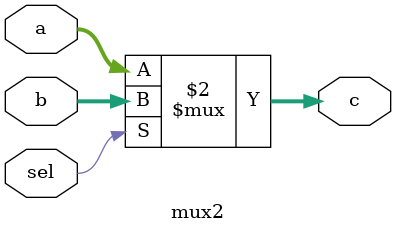
<source format=v>
module mux2#(parameter width = 32)
(
    input [width-1:0]a,b,
    input sel,
    output [width-1:0]c
);
assign c = sel==0? a:b;
endmodule
</source>
